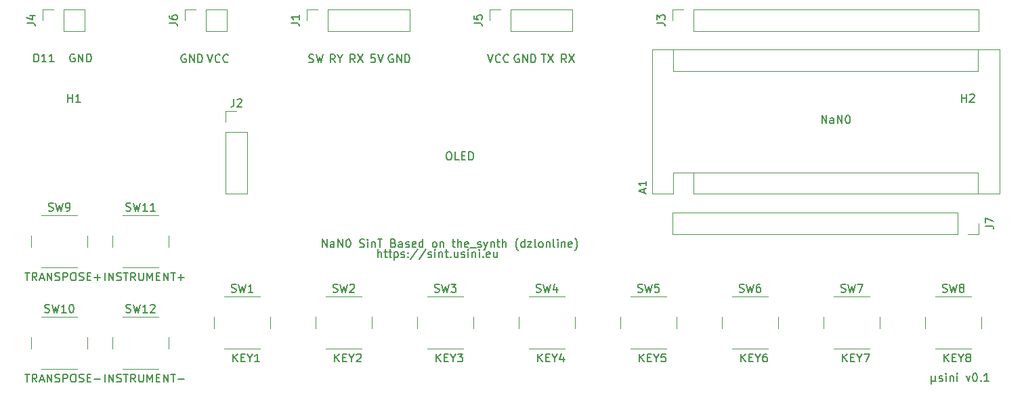
<source format=gbr>
G04 #@! TF.GenerationSoftware,KiCad,Pcbnew,(5.1.4)-1*
G04 #@! TF.CreationDate,2020-01-16T18:24:31+01:00*
G04 #@! TF.ProjectId,sinT,73696e54-2e6b-4696-9361-645f70636258,rev?*
G04 #@! TF.SameCoordinates,Original*
G04 #@! TF.FileFunction,Legend,Top*
G04 #@! TF.FilePolarity,Positive*
%FSLAX46Y46*%
G04 Gerber Fmt 4.6, Leading zero omitted, Abs format (unit mm)*
G04 Created by KiCad (PCBNEW (5.1.4)-1) date 2020-01-16 18:24:31*
%MOMM*%
%LPD*%
G04 APERTURE LIST*
%ADD10C,0.150000*%
%ADD11C,0.120000*%
G04 APERTURE END LIST*
D10*
X201152571Y-148629714D02*
X201152571Y-149629714D01*
X201628761Y-149153523D02*
X201676380Y-149248761D01*
X201771619Y-149296380D01*
X201152571Y-149153523D02*
X201200190Y-149248761D01*
X201295428Y-149296380D01*
X201485904Y-149296380D01*
X201581142Y-149248761D01*
X201628761Y-149153523D01*
X201628761Y-148629714D01*
X202152571Y-149248761D02*
X202247809Y-149296380D01*
X202438285Y-149296380D01*
X202533523Y-149248761D01*
X202581142Y-149153523D01*
X202581142Y-149105904D01*
X202533523Y-149010666D01*
X202438285Y-148963047D01*
X202295428Y-148963047D01*
X202200190Y-148915428D01*
X202152571Y-148820190D01*
X202152571Y-148772571D01*
X202200190Y-148677333D01*
X202295428Y-148629714D01*
X202438285Y-148629714D01*
X202533523Y-148677333D01*
X203009714Y-149296380D02*
X203009714Y-148629714D01*
X203009714Y-148296380D02*
X202962095Y-148344000D01*
X203009714Y-148391619D01*
X203057333Y-148344000D01*
X203009714Y-148296380D01*
X203009714Y-148391619D01*
X203485904Y-148629714D02*
X203485904Y-149296380D01*
X203485904Y-148724952D02*
X203533523Y-148677333D01*
X203628761Y-148629714D01*
X203771619Y-148629714D01*
X203866857Y-148677333D01*
X203914476Y-148772571D01*
X203914476Y-149296380D01*
X204390666Y-149296380D02*
X204390666Y-148629714D01*
X204390666Y-148296380D02*
X204343047Y-148344000D01*
X204390666Y-148391619D01*
X204438285Y-148344000D01*
X204390666Y-148296380D01*
X204390666Y-148391619D01*
X205533523Y-148629714D02*
X205771619Y-149296380D01*
X206009714Y-148629714D01*
X206581142Y-148296380D02*
X206676380Y-148296380D01*
X206771619Y-148344000D01*
X206819238Y-148391619D01*
X206866857Y-148486857D01*
X206914476Y-148677333D01*
X206914476Y-148915428D01*
X206866857Y-149105904D01*
X206819238Y-149201142D01*
X206771619Y-149248761D01*
X206676380Y-149296380D01*
X206581142Y-149296380D01*
X206485904Y-149248761D01*
X206438285Y-149201142D01*
X206390666Y-149105904D01*
X206343047Y-148915428D01*
X206343047Y-148677333D01*
X206390666Y-148486857D01*
X206438285Y-148391619D01*
X206485904Y-148344000D01*
X206581142Y-148296380D01*
X207343047Y-149201142D02*
X207390666Y-149248761D01*
X207343047Y-149296380D01*
X207295428Y-149248761D01*
X207343047Y-149201142D01*
X207343047Y-149296380D01*
X208343047Y-149296380D02*
X207771619Y-149296380D01*
X208057333Y-149296380D02*
X208057333Y-148296380D01*
X207962095Y-148439238D01*
X207866857Y-148534476D01*
X207771619Y-148582095D01*
X131993619Y-133802380D02*
X131993619Y-132802380D01*
X132422190Y-133802380D02*
X132422190Y-133278571D01*
X132374571Y-133183333D01*
X132279333Y-133135714D01*
X132136476Y-133135714D01*
X132041238Y-133183333D01*
X131993619Y-133230952D01*
X132755523Y-133135714D02*
X133136476Y-133135714D01*
X132898380Y-132802380D02*
X132898380Y-133659523D01*
X132946000Y-133754761D01*
X133041238Y-133802380D01*
X133136476Y-133802380D01*
X133326952Y-133135714D02*
X133707904Y-133135714D01*
X133469809Y-132802380D02*
X133469809Y-133659523D01*
X133517428Y-133754761D01*
X133612666Y-133802380D01*
X133707904Y-133802380D01*
X134041238Y-133135714D02*
X134041238Y-134135714D01*
X134041238Y-133183333D02*
X134136476Y-133135714D01*
X134326952Y-133135714D01*
X134422190Y-133183333D01*
X134469809Y-133230952D01*
X134517428Y-133326190D01*
X134517428Y-133611904D01*
X134469809Y-133707142D01*
X134422190Y-133754761D01*
X134326952Y-133802380D01*
X134136476Y-133802380D01*
X134041238Y-133754761D01*
X134898380Y-133754761D02*
X134993619Y-133802380D01*
X135184095Y-133802380D01*
X135279333Y-133754761D01*
X135326952Y-133659523D01*
X135326952Y-133611904D01*
X135279333Y-133516666D01*
X135184095Y-133469047D01*
X135041238Y-133469047D01*
X134946000Y-133421428D01*
X134898380Y-133326190D01*
X134898380Y-133278571D01*
X134946000Y-133183333D01*
X135041238Y-133135714D01*
X135184095Y-133135714D01*
X135279333Y-133183333D01*
X135755523Y-133707142D02*
X135803142Y-133754761D01*
X135755523Y-133802380D01*
X135707904Y-133754761D01*
X135755523Y-133707142D01*
X135755523Y-133802380D01*
X135755523Y-133183333D02*
X135803142Y-133230952D01*
X135755523Y-133278571D01*
X135707904Y-133230952D01*
X135755523Y-133183333D01*
X135755523Y-133278571D01*
X136946000Y-132754761D02*
X136088857Y-134040476D01*
X137993619Y-132754761D02*
X137136476Y-134040476D01*
X138279333Y-133754761D02*
X138374571Y-133802380D01*
X138565047Y-133802380D01*
X138660285Y-133754761D01*
X138707904Y-133659523D01*
X138707904Y-133611904D01*
X138660285Y-133516666D01*
X138565047Y-133469047D01*
X138422190Y-133469047D01*
X138326952Y-133421428D01*
X138279333Y-133326190D01*
X138279333Y-133278571D01*
X138326952Y-133183333D01*
X138422190Y-133135714D01*
X138565047Y-133135714D01*
X138660285Y-133183333D01*
X139136476Y-133802380D02*
X139136476Y-133135714D01*
X139136476Y-132802380D02*
X139088857Y-132850000D01*
X139136476Y-132897619D01*
X139184095Y-132850000D01*
X139136476Y-132802380D01*
X139136476Y-132897619D01*
X139612666Y-133135714D02*
X139612666Y-133802380D01*
X139612666Y-133230952D02*
X139660285Y-133183333D01*
X139755523Y-133135714D01*
X139898380Y-133135714D01*
X139993619Y-133183333D01*
X140041238Y-133278571D01*
X140041238Y-133802380D01*
X140374571Y-133135714D02*
X140755523Y-133135714D01*
X140517428Y-132802380D02*
X140517428Y-133659523D01*
X140565047Y-133754761D01*
X140660285Y-133802380D01*
X140755523Y-133802380D01*
X141088857Y-133707142D02*
X141136476Y-133754761D01*
X141088857Y-133802380D01*
X141041238Y-133754761D01*
X141088857Y-133707142D01*
X141088857Y-133802380D01*
X141993619Y-133135714D02*
X141993619Y-133802380D01*
X141565047Y-133135714D02*
X141565047Y-133659523D01*
X141612666Y-133754761D01*
X141707904Y-133802380D01*
X141850761Y-133802380D01*
X141946000Y-133754761D01*
X141993619Y-133707142D01*
X142422190Y-133754761D02*
X142517428Y-133802380D01*
X142707904Y-133802380D01*
X142803142Y-133754761D01*
X142850761Y-133659523D01*
X142850761Y-133611904D01*
X142803142Y-133516666D01*
X142707904Y-133469047D01*
X142565047Y-133469047D01*
X142469809Y-133421428D01*
X142422190Y-133326190D01*
X142422190Y-133278571D01*
X142469809Y-133183333D01*
X142565047Y-133135714D01*
X142707904Y-133135714D01*
X142803142Y-133183333D01*
X143279333Y-133802380D02*
X143279333Y-133135714D01*
X143279333Y-132802380D02*
X143231714Y-132850000D01*
X143279333Y-132897619D01*
X143326952Y-132850000D01*
X143279333Y-132802380D01*
X143279333Y-132897619D01*
X143755523Y-133135714D02*
X143755523Y-133802380D01*
X143755523Y-133230952D02*
X143803142Y-133183333D01*
X143898380Y-133135714D01*
X144041238Y-133135714D01*
X144136476Y-133183333D01*
X144184095Y-133278571D01*
X144184095Y-133802380D01*
X144660285Y-133802380D02*
X144660285Y-133135714D01*
X144660285Y-132802380D02*
X144612666Y-132850000D01*
X144660285Y-132897619D01*
X144707904Y-132850000D01*
X144660285Y-132802380D01*
X144660285Y-132897619D01*
X145136476Y-133707142D02*
X145184095Y-133754761D01*
X145136476Y-133802380D01*
X145088857Y-133754761D01*
X145136476Y-133707142D01*
X145136476Y-133802380D01*
X145993619Y-133754761D02*
X145898380Y-133802380D01*
X145707904Y-133802380D01*
X145612666Y-133754761D01*
X145565047Y-133659523D01*
X145565047Y-133278571D01*
X145612666Y-133183333D01*
X145707904Y-133135714D01*
X145898380Y-133135714D01*
X145993619Y-133183333D01*
X146041238Y-133278571D01*
X146041238Y-133373809D01*
X145565047Y-133469047D01*
X146898380Y-133135714D02*
X146898380Y-133802380D01*
X146469809Y-133135714D02*
X146469809Y-133659523D01*
X146517428Y-133754761D01*
X146612666Y-133802380D01*
X146755523Y-133802380D01*
X146850761Y-133754761D01*
X146898380Y-133707142D01*
X125041428Y-132532380D02*
X125041428Y-131532380D01*
X125612857Y-132532380D01*
X125612857Y-131532380D01*
X126517619Y-132532380D02*
X126517619Y-132008571D01*
X126470000Y-131913333D01*
X126374761Y-131865714D01*
X126184285Y-131865714D01*
X126089047Y-131913333D01*
X126517619Y-132484761D02*
X126422380Y-132532380D01*
X126184285Y-132532380D01*
X126089047Y-132484761D01*
X126041428Y-132389523D01*
X126041428Y-132294285D01*
X126089047Y-132199047D01*
X126184285Y-132151428D01*
X126422380Y-132151428D01*
X126517619Y-132103809D01*
X126993809Y-132532380D02*
X126993809Y-131532380D01*
X127565238Y-132532380D01*
X127565238Y-131532380D01*
X128231904Y-131532380D02*
X128327142Y-131532380D01*
X128422380Y-131580000D01*
X128470000Y-131627619D01*
X128517619Y-131722857D01*
X128565238Y-131913333D01*
X128565238Y-132151428D01*
X128517619Y-132341904D01*
X128470000Y-132437142D01*
X128422380Y-132484761D01*
X128327142Y-132532380D01*
X128231904Y-132532380D01*
X128136666Y-132484761D01*
X128089047Y-132437142D01*
X128041428Y-132341904D01*
X127993809Y-132151428D01*
X127993809Y-131913333D01*
X128041428Y-131722857D01*
X128089047Y-131627619D01*
X128136666Y-131580000D01*
X128231904Y-131532380D01*
X129708095Y-132484761D02*
X129850952Y-132532380D01*
X130089047Y-132532380D01*
X130184285Y-132484761D01*
X130231904Y-132437142D01*
X130279523Y-132341904D01*
X130279523Y-132246666D01*
X130231904Y-132151428D01*
X130184285Y-132103809D01*
X130089047Y-132056190D01*
X129898571Y-132008571D01*
X129803333Y-131960952D01*
X129755714Y-131913333D01*
X129708095Y-131818095D01*
X129708095Y-131722857D01*
X129755714Y-131627619D01*
X129803333Y-131580000D01*
X129898571Y-131532380D01*
X130136666Y-131532380D01*
X130279523Y-131580000D01*
X130708095Y-132532380D02*
X130708095Y-131865714D01*
X130708095Y-131532380D02*
X130660476Y-131580000D01*
X130708095Y-131627619D01*
X130755714Y-131580000D01*
X130708095Y-131532380D01*
X130708095Y-131627619D01*
X131184285Y-131865714D02*
X131184285Y-132532380D01*
X131184285Y-131960952D02*
X131231904Y-131913333D01*
X131327142Y-131865714D01*
X131470000Y-131865714D01*
X131565238Y-131913333D01*
X131612857Y-132008571D01*
X131612857Y-132532380D01*
X131946190Y-131532380D02*
X132517619Y-131532380D01*
X132231904Y-132532380D02*
X132231904Y-131532380D01*
X133946190Y-132008571D02*
X134089047Y-132056190D01*
X134136666Y-132103809D01*
X134184285Y-132199047D01*
X134184285Y-132341904D01*
X134136666Y-132437142D01*
X134089047Y-132484761D01*
X133993809Y-132532380D01*
X133612857Y-132532380D01*
X133612857Y-131532380D01*
X133946190Y-131532380D01*
X134041428Y-131580000D01*
X134089047Y-131627619D01*
X134136666Y-131722857D01*
X134136666Y-131818095D01*
X134089047Y-131913333D01*
X134041428Y-131960952D01*
X133946190Y-132008571D01*
X133612857Y-132008571D01*
X135041428Y-132532380D02*
X135041428Y-132008571D01*
X134993809Y-131913333D01*
X134898571Y-131865714D01*
X134708095Y-131865714D01*
X134612857Y-131913333D01*
X135041428Y-132484761D02*
X134946190Y-132532380D01*
X134708095Y-132532380D01*
X134612857Y-132484761D01*
X134565238Y-132389523D01*
X134565238Y-132294285D01*
X134612857Y-132199047D01*
X134708095Y-132151428D01*
X134946190Y-132151428D01*
X135041428Y-132103809D01*
X135470000Y-132484761D02*
X135565238Y-132532380D01*
X135755714Y-132532380D01*
X135850952Y-132484761D01*
X135898571Y-132389523D01*
X135898571Y-132341904D01*
X135850952Y-132246666D01*
X135755714Y-132199047D01*
X135612857Y-132199047D01*
X135517619Y-132151428D01*
X135470000Y-132056190D01*
X135470000Y-132008571D01*
X135517619Y-131913333D01*
X135612857Y-131865714D01*
X135755714Y-131865714D01*
X135850952Y-131913333D01*
X136708095Y-132484761D02*
X136612857Y-132532380D01*
X136422380Y-132532380D01*
X136327142Y-132484761D01*
X136279523Y-132389523D01*
X136279523Y-132008571D01*
X136327142Y-131913333D01*
X136422380Y-131865714D01*
X136612857Y-131865714D01*
X136708095Y-131913333D01*
X136755714Y-132008571D01*
X136755714Y-132103809D01*
X136279523Y-132199047D01*
X137612857Y-132532380D02*
X137612857Y-131532380D01*
X137612857Y-132484761D02*
X137517619Y-132532380D01*
X137327142Y-132532380D01*
X137231904Y-132484761D01*
X137184285Y-132437142D01*
X137136666Y-132341904D01*
X137136666Y-132056190D01*
X137184285Y-131960952D01*
X137231904Y-131913333D01*
X137327142Y-131865714D01*
X137517619Y-131865714D01*
X137612857Y-131913333D01*
X138993809Y-132532380D02*
X138898571Y-132484761D01*
X138850952Y-132437142D01*
X138803333Y-132341904D01*
X138803333Y-132056190D01*
X138850952Y-131960952D01*
X138898571Y-131913333D01*
X138993809Y-131865714D01*
X139136666Y-131865714D01*
X139231904Y-131913333D01*
X139279523Y-131960952D01*
X139327142Y-132056190D01*
X139327142Y-132341904D01*
X139279523Y-132437142D01*
X139231904Y-132484761D01*
X139136666Y-132532380D01*
X138993809Y-132532380D01*
X139755714Y-131865714D02*
X139755714Y-132532380D01*
X139755714Y-131960952D02*
X139803333Y-131913333D01*
X139898571Y-131865714D01*
X140041428Y-131865714D01*
X140136666Y-131913333D01*
X140184285Y-132008571D01*
X140184285Y-132532380D01*
X141279523Y-131865714D02*
X141660476Y-131865714D01*
X141422380Y-131532380D02*
X141422380Y-132389523D01*
X141470000Y-132484761D01*
X141565238Y-132532380D01*
X141660476Y-132532380D01*
X141993809Y-132532380D02*
X141993809Y-131532380D01*
X142422380Y-132532380D02*
X142422380Y-132008571D01*
X142374761Y-131913333D01*
X142279523Y-131865714D01*
X142136666Y-131865714D01*
X142041428Y-131913333D01*
X141993809Y-131960952D01*
X143279523Y-132484761D02*
X143184285Y-132532380D01*
X142993809Y-132532380D01*
X142898571Y-132484761D01*
X142850952Y-132389523D01*
X142850952Y-132008571D01*
X142898571Y-131913333D01*
X142993809Y-131865714D01*
X143184285Y-131865714D01*
X143279523Y-131913333D01*
X143327142Y-132008571D01*
X143327142Y-132103809D01*
X142850952Y-132199047D01*
X143517619Y-132627619D02*
X144279523Y-132627619D01*
X144470000Y-132484761D02*
X144565238Y-132532380D01*
X144755714Y-132532380D01*
X144850952Y-132484761D01*
X144898571Y-132389523D01*
X144898571Y-132341904D01*
X144850952Y-132246666D01*
X144755714Y-132199047D01*
X144612857Y-132199047D01*
X144517619Y-132151428D01*
X144470000Y-132056190D01*
X144470000Y-132008571D01*
X144517619Y-131913333D01*
X144612857Y-131865714D01*
X144755714Y-131865714D01*
X144850952Y-131913333D01*
X145231904Y-131865714D02*
X145470000Y-132532380D01*
X145708095Y-131865714D02*
X145470000Y-132532380D01*
X145374761Y-132770476D01*
X145327142Y-132818095D01*
X145231904Y-132865714D01*
X146089047Y-131865714D02*
X146089047Y-132532380D01*
X146089047Y-131960952D02*
X146136666Y-131913333D01*
X146231904Y-131865714D01*
X146374761Y-131865714D01*
X146470000Y-131913333D01*
X146517619Y-132008571D01*
X146517619Y-132532380D01*
X146850952Y-131865714D02*
X147231904Y-131865714D01*
X146993809Y-131532380D02*
X146993809Y-132389523D01*
X147041428Y-132484761D01*
X147136666Y-132532380D01*
X147231904Y-132532380D01*
X147565238Y-132532380D02*
X147565238Y-131532380D01*
X147993809Y-132532380D02*
X147993809Y-132008571D01*
X147946190Y-131913333D01*
X147850952Y-131865714D01*
X147708095Y-131865714D01*
X147612857Y-131913333D01*
X147565238Y-131960952D01*
X149517619Y-132913333D02*
X149470000Y-132865714D01*
X149374761Y-132722857D01*
X149327142Y-132627619D01*
X149279523Y-132484761D01*
X149231904Y-132246666D01*
X149231904Y-132056190D01*
X149279523Y-131818095D01*
X149327142Y-131675238D01*
X149374761Y-131580000D01*
X149470000Y-131437142D01*
X149517619Y-131389523D01*
X150327142Y-132532380D02*
X150327142Y-131532380D01*
X150327142Y-132484761D02*
X150231904Y-132532380D01*
X150041428Y-132532380D01*
X149946190Y-132484761D01*
X149898571Y-132437142D01*
X149850952Y-132341904D01*
X149850952Y-132056190D01*
X149898571Y-131960952D01*
X149946190Y-131913333D01*
X150041428Y-131865714D01*
X150231904Y-131865714D01*
X150327142Y-131913333D01*
X150708095Y-131865714D02*
X151231904Y-131865714D01*
X150708095Y-132532380D01*
X151231904Y-132532380D01*
X151755714Y-132532380D02*
X151660476Y-132484761D01*
X151612857Y-132389523D01*
X151612857Y-131532380D01*
X152279523Y-132532380D02*
X152184285Y-132484761D01*
X152136666Y-132437142D01*
X152089047Y-132341904D01*
X152089047Y-132056190D01*
X152136666Y-131960952D01*
X152184285Y-131913333D01*
X152279523Y-131865714D01*
X152422380Y-131865714D01*
X152517619Y-131913333D01*
X152565238Y-131960952D01*
X152612857Y-132056190D01*
X152612857Y-132341904D01*
X152565238Y-132437142D01*
X152517619Y-132484761D01*
X152422380Y-132532380D01*
X152279523Y-132532380D01*
X153041428Y-131865714D02*
X153041428Y-132532380D01*
X153041428Y-131960952D02*
X153089047Y-131913333D01*
X153184285Y-131865714D01*
X153327142Y-131865714D01*
X153422380Y-131913333D01*
X153470000Y-132008571D01*
X153470000Y-132532380D01*
X154089047Y-132532380D02*
X153993809Y-132484761D01*
X153946190Y-132389523D01*
X153946190Y-131532380D01*
X154469999Y-132532380D02*
X154469999Y-131865714D01*
X154469999Y-131532380D02*
X154422380Y-131580000D01*
X154469999Y-131627619D01*
X154517619Y-131580000D01*
X154469999Y-131532380D01*
X154469999Y-131627619D01*
X154946190Y-131865714D02*
X154946190Y-132532380D01*
X154946190Y-131960952D02*
X154993809Y-131913333D01*
X155089047Y-131865714D01*
X155231904Y-131865714D01*
X155327142Y-131913333D01*
X155374761Y-132008571D01*
X155374761Y-132532380D01*
X156231904Y-132484761D02*
X156136666Y-132532380D01*
X155946190Y-132532380D01*
X155850952Y-132484761D01*
X155803333Y-132389523D01*
X155803333Y-132008571D01*
X155850952Y-131913333D01*
X155946190Y-131865714D01*
X156136666Y-131865714D01*
X156231904Y-131913333D01*
X156279523Y-132008571D01*
X156279523Y-132103809D01*
X155803333Y-132199047D01*
X156612857Y-132913333D02*
X156660476Y-132865714D01*
X156755714Y-132722857D01*
X156803333Y-132627619D01*
X156850952Y-132484761D01*
X156898571Y-132246666D01*
X156898571Y-132056190D01*
X156850952Y-131818095D01*
X156803333Y-131675238D01*
X156755714Y-131580000D01*
X156660476Y-131437142D01*
X156612857Y-131389523D01*
X94056295Y-108389800D02*
X93961057Y-108342180D01*
X93818200Y-108342180D01*
X93675342Y-108389800D01*
X93580104Y-108485038D01*
X93532485Y-108580276D01*
X93484866Y-108770752D01*
X93484866Y-108913609D01*
X93532485Y-109104085D01*
X93580104Y-109199323D01*
X93675342Y-109294561D01*
X93818200Y-109342180D01*
X93913438Y-109342180D01*
X94056295Y-109294561D01*
X94103914Y-109246942D01*
X94103914Y-108913609D01*
X93913438Y-108913609D01*
X94532485Y-109342180D02*
X94532485Y-108342180D01*
X95103914Y-109342180D01*
X95103914Y-108342180D01*
X95580104Y-109342180D02*
X95580104Y-108342180D01*
X95818200Y-108342180D01*
X95961057Y-108389800D01*
X96056295Y-108485038D01*
X96103914Y-108580276D01*
X96151533Y-108770752D01*
X96151533Y-108913609D01*
X96103914Y-109104085D01*
X96056295Y-109199323D01*
X95961057Y-109294561D01*
X95818200Y-109342180D01*
X95580104Y-109342180D01*
X89006514Y-109342180D02*
X89006514Y-108342180D01*
X89244609Y-108342180D01*
X89387466Y-108389800D01*
X89482704Y-108485038D01*
X89530323Y-108580276D01*
X89577942Y-108770752D01*
X89577942Y-108913609D01*
X89530323Y-109104085D01*
X89482704Y-109199323D01*
X89387466Y-109294561D01*
X89244609Y-109342180D01*
X89006514Y-109342180D01*
X90530323Y-109342180D02*
X89958895Y-109342180D01*
X90244609Y-109342180D02*
X90244609Y-108342180D01*
X90149371Y-108485038D01*
X90054133Y-108580276D01*
X89958895Y-108627895D01*
X91482704Y-109342180D02*
X90911276Y-109342180D01*
X91196990Y-109342180D02*
X91196990Y-108342180D01*
X91101752Y-108485038D01*
X91006514Y-108580276D01*
X90911276Y-108627895D01*
X155535333Y-109418380D02*
X155202000Y-108942190D01*
X154963904Y-109418380D02*
X154963904Y-108418380D01*
X155344857Y-108418380D01*
X155440095Y-108466000D01*
X155487714Y-108513619D01*
X155535333Y-108608857D01*
X155535333Y-108751714D01*
X155487714Y-108846952D01*
X155440095Y-108894571D01*
X155344857Y-108942190D01*
X154963904Y-108942190D01*
X155868666Y-108418380D02*
X156535333Y-109418380D01*
X156535333Y-108418380D02*
X155868666Y-109418380D01*
X152400095Y-108418380D02*
X152971523Y-108418380D01*
X152685809Y-109418380D02*
X152685809Y-108418380D01*
X153209619Y-108418380D02*
X153876285Y-109418380D01*
X153876285Y-108418380D02*
X153209619Y-109418380D01*
X149606095Y-108466000D02*
X149510857Y-108418380D01*
X149368000Y-108418380D01*
X149225142Y-108466000D01*
X149129904Y-108561238D01*
X149082285Y-108656476D01*
X149034666Y-108846952D01*
X149034666Y-108989809D01*
X149082285Y-109180285D01*
X149129904Y-109275523D01*
X149225142Y-109370761D01*
X149368000Y-109418380D01*
X149463238Y-109418380D01*
X149606095Y-109370761D01*
X149653714Y-109323142D01*
X149653714Y-108989809D01*
X149463238Y-108989809D01*
X150082285Y-109418380D02*
X150082285Y-108418380D01*
X150653714Y-109418380D01*
X150653714Y-108418380D01*
X151129904Y-109418380D02*
X151129904Y-108418380D01*
X151368000Y-108418380D01*
X151510857Y-108466000D01*
X151606095Y-108561238D01*
X151653714Y-108656476D01*
X151701333Y-108846952D01*
X151701333Y-108989809D01*
X151653714Y-109180285D01*
X151606095Y-109275523D01*
X151510857Y-109370761D01*
X151368000Y-109418380D01*
X151129904Y-109418380D01*
X145732666Y-108418380D02*
X146066000Y-109418380D01*
X146399333Y-108418380D01*
X147304095Y-109323142D02*
X147256476Y-109370761D01*
X147113619Y-109418380D01*
X147018380Y-109418380D01*
X146875523Y-109370761D01*
X146780285Y-109275523D01*
X146732666Y-109180285D01*
X146685047Y-108989809D01*
X146685047Y-108846952D01*
X146732666Y-108656476D01*
X146780285Y-108561238D01*
X146875523Y-108466000D01*
X147018380Y-108418380D01*
X147113619Y-108418380D01*
X147256476Y-108466000D01*
X147304095Y-108513619D01*
X148304095Y-109323142D02*
X148256476Y-109370761D01*
X148113619Y-109418380D01*
X148018380Y-109418380D01*
X147875523Y-109370761D01*
X147780285Y-109275523D01*
X147732666Y-109180285D01*
X147685047Y-108989809D01*
X147685047Y-108846952D01*
X147732666Y-108656476D01*
X147780285Y-108561238D01*
X147875523Y-108466000D01*
X148018380Y-108418380D01*
X148113619Y-108418380D01*
X148256476Y-108466000D01*
X148304095Y-108513619D01*
X123348857Y-109370761D02*
X123491714Y-109418380D01*
X123729809Y-109418380D01*
X123825047Y-109370761D01*
X123872666Y-109323142D01*
X123920285Y-109227904D01*
X123920285Y-109132666D01*
X123872666Y-109037428D01*
X123825047Y-108989809D01*
X123729809Y-108942190D01*
X123539333Y-108894571D01*
X123444095Y-108846952D01*
X123396476Y-108799333D01*
X123348857Y-108704095D01*
X123348857Y-108608857D01*
X123396476Y-108513619D01*
X123444095Y-108466000D01*
X123539333Y-108418380D01*
X123777428Y-108418380D01*
X123920285Y-108466000D01*
X124253619Y-108418380D02*
X124491714Y-109418380D01*
X124682190Y-108704095D01*
X124872666Y-109418380D01*
X125110761Y-108418380D01*
X126626952Y-109418380D02*
X126293619Y-108942190D01*
X126055523Y-109418380D02*
X126055523Y-108418380D01*
X126436476Y-108418380D01*
X126531714Y-108466000D01*
X126579333Y-108513619D01*
X126626952Y-108608857D01*
X126626952Y-108751714D01*
X126579333Y-108846952D01*
X126531714Y-108894571D01*
X126436476Y-108942190D01*
X126055523Y-108942190D01*
X127246000Y-108942190D02*
X127246000Y-109418380D01*
X126912666Y-108418380D02*
X127246000Y-108942190D01*
X127579333Y-108418380D01*
X129119333Y-109418380D02*
X128786000Y-108942190D01*
X128547904Y-109418380D02*
X128547904Y-108418380D01*
X128928857Y-108418380D01*
X129024095Y-108466000D01*
X129071714Y-108513619D01*
X129119333Y-108608857D01*
X129119333Y-108751714D01*
X129071714Y-108846952D01*
X129024095Y-108894571D01*
X128928857Y-108942190D01*
X128547904Y-108942190D01*
X129452666Y-108418380D02*
X130119333Y-109418380D01*
X130119333Y-108418380D02*
X129452666Y-109418380D01*
X131635523Y-108418380D02*
X131159333Y-108418380D01*
X131111714Y-108894571D01*
X131159333Y-108846952D01*
X131254571Y-108799333D01*
X131492666Y-108799333D01*
X131587904Y-108846952D01*
X131635523Y-108894571D01*
X131683142Y-108989809D01*
X131683142Y-109227904D01*
X131635523Y-109323142D01*
X131587904Y-109370761D01*
X131492666Y-109418380D01*
X131254571Y-109418380D01*
X131159333Y-109370761D01*
X131111714Y-109323142D01*
X131968857Y-108418380D02*
X132302190Y-109418380D01*
X132635523Y-108418380D01*
X133858095Y-108466000D02*
X133762857Y-108418380D01*
X133620000Y-108418380D01*
X133477142Y-108466000D01*
X133381904Y-108561238D01*
X133334285Y-108656476D01*
X133286666Y-108846952D01*
X133286666Y-108989809D01*
X133334285Y-109180285D01*
X133381904Y-109275523D01*
X133477142Y-109370761D01*
X133620000Y-109418380D01*
X133715238Y-109418380D01*
X133858095Y-109370761D01*
X133905714Y-109323142D01*
X133905714Y-108989809D01*
X133715238Y-108989809D01*
X134334285Y-109418380D02*
X134334285Y-108418380D01*
X134905714Y-109418380D01*
X134905714Y-108418380D01*
X135381904Y-109418380D02*
X135381904Y-108418380D01*
X135620000Y-108418380D01*
X135762857Y-108466000D01*
X135858095Y-108561238D01*
X135905714Y-108656476D01*
X135953333Y-108846952D01*
X135953333Y-108989809D01*
X135905714Y-109180285D01*
X135858095Y-109275523D01*
X135762857Y-109370761D01*
X135620000Y-109418380D01*
X135381904Y-109418380D01*
X110680666Y-108418380D02*
X111014000Y-109418380D01*
X111347333Y-108418380D01*
X112252095Y-109323142D02*
X112204476Y-109370761D01*
X112061619Y-109418380D01*
X111966380Y-109418380D01*
X111823523Y-109370761D01*
X111728285Y-109275523D01*
X111680666Y-109180285D01*
X111633047Y-108989809D01*
X111633047Y-108846952D01*
X111680666Y-108656476D01*
X111728285Y-108561238D01*
X111823523Y-108466000D01*
X111966380Y-108418380D01*
X112061619Y-108418380D01*
X112204476Y-108466000D01*
X112252095Y-108513619D01*
X113252095Y-109323142D02*
X113204476Y-109370761D01*
X113061619Y-109418380D01*
X112966380Y-109418380D01*
X112823523Y-109370761D01*
X112728285Y-109275523D01*
X112680666Y-109180285D01*
X112633047Y-108989809D01*
X112633047Y-108846952D01*
X112680666Y-108656476D01*
X112728285Y-108561238D01*
X112823523Y-108466000D01*
X112966380Y-108418380D01*
X113061619Y-108418380D01*
X113204476Y-108466000D01*
X113252095Y-108513619D01*
X107950095Y-108466000D02*
X107854857Y-108418380D01*
X107712000Y-108418380D01*
X107569142Y-108466000D01*
X107473904Y-108561238D01*
X107426285Y-108656476D01*
X107378666Y-108846952D01*
X107378666Y-108989809D01*
X107426285Y-109180285D01*
X107473904Y-109275523D01*
X107569142Y-109370761D01*
X107712000Y-109418380D01*
X107807238Y-109418380D01*
X107950095Y-109370761D01*
X107997714Y-109323142D01*
X107997714Y-108989809D01*
X107807238Y-108989809D01*
X108426285Y-109418380D02*
X108426285Y-108418380D01*
X108997714Y-109418380D01*
X108997714Y-108418380D01*
X109473904Y-109418380D02*
X109473904Y-108418380D01*
X109712000Y-108418380D01*
X109854857Y-108466000D01*
X109950095Y-108561238D01*
X109997714Y-108656476D01*
X110045333Y-108846952D01*
X110045333Y-108989809D01*
X109997714Y-109180285D01*
X109950095Y-109275523D01*
X109854857Y-109370761D01*
X109712000Y-109418380D01*
X109473904Y-109418380D01*
D11*
X207070000Y-129540000D02*
X207070000Y-130870000D01*
X207070000Y-130870000D02*
X205740000Y-130870000D01*
X204470000Y-130870000D02*
X168850000Y-130870000D01*
X168850000Y-128210000D02*
X168850000Y-130870000D01*
X204470000Y-128210000D02*
X168850000Y-128210000D01*
X204470000Y-128210000D02*
X204470000Y-130870000D01*
X107890000Y-104140000D02*
X107890000Y-102810000D01*
X107890000Y-102810000D02*
X109220000Y-102810000D01*
X110490000Y-102810000D02*
X113090000Y-102810000D01*
X113090000Y-105470000D02*
X113090000Y-102810000D01*
X110490000Y-105470000D02*
X113090000Y-105470000D01*
X110490000Y-105470000D02*
X110490000Y-102810000D01*
X145990000Y-104140000D02*
X145990000Y-102810000D01*
X145990000Y-102810000D02*
X147320000Y-102810000D01*
X148590000Y-102810000D02*
X156270000Y-102810000D01*
X156270000Y-105470000D02*
X156270000Y-102810000D01*
X148590000Y-105470000D02*
X156270000Y-105470000D01*
X148590000Y-105470000D02*
X148590000Y-102810000D01*
X90110000Y-104140000D02*
X90110000Y-102810000D01*
X90110000Y-102810000D02*
X91440000Y-102810000D01*
X92710000Y-102810000D02*
X95310000Y-102810000D01*
X95310000Y-105470000D02*
X95310000Y-102810000D01*
X92710000Y-105470000D02*
X95310000Y-105470000D01*
X92710000Y-105470000D02*
X92710000Y-102810000D01*
X168850000Y-104140000D02*
X168850000Y-102810000D01*
X168850000Y-102810000D02*
X170180000Y-102810000D01*
X171450000Y-102810000D02*
X207070000Y-102810000D01*
X207070000Y-105470000D02*
X207070000Y-102810000D01*
X171450000Y-105470000D02*
X207070000Y-105470000D01*
X171450000Y-105470000D02*
X171450000Y-102810000D01*
X123130000Y-104140000D02*
X123130000Y-102810000D01*
X123130000Y-102810000D02*
X124460000Y-102810000D01*
X125730000Y-102810000D02*
X135950000Y-102810000D01*
X135950000Y-105470000D02*
X135950000Y-102810000D01*
X125730000Y-105470000D02*
X135950000Y-105470000D01*
X125730000Y-105470000D02*
X125730000Y-102810000D01*
X105810000Y-145240000D02*
X105810000Y-143740000D01*
X104560000Y-141240000D02*
X100060000Y-141240000D01*
X98810000Y-143740000D02*
X98810000Y-145240000D01*
X100060000Y-147740000D02*
X104560000Y-147740000D01*
X105810000Y-132540000D02*
X105810000Y-131040000D01*
X104560000Y-128540000D02*
X100060000Y-128540000D01*
X98810000Y-131040000D02*
X98810000Y-132540000D01*
X100060000Y-135040000D02*
X104560000Y-135040000D01*
X95650000Y-145240000D02*
X95650000Y-143740000D01*
X94400000Y-141240000D02*
X89900000Y-141240000D01*
X88650000Y-143740000D02*
X88650000Y-145240000D01*
X89900000Y-147740000D02*
X94400000Y-147740000D01*
X95650000Y-132540000D02*
X95650000Y-131040000D01*
X94400000Y-128540000D02*
X89900000Y-128540000D01*
X88650000Y-131040000D02*
X88650000Y-132540000D01*
X89900000Y-135040000D02*
X94400000Y-135040000D01*
X207410000Y-142700000D02*
X207410000Y-141200000D01*
X206160000Y-138700000D02*
X201660000Y-138700000D01*
X200410000Y-141200000D02*
X200410000Y-142700000D01*
X201660000Y-145200000D02*
X206160000Y-145200000D01*
X194710000Y-142700000D02*
X194710000Y-141200000D01*
X193460000Y-138700000D02*
X188960000Y-138700000D01*
X187710000Y-141200000D02*
X187710000Y-142700000D01*
X188960000Y-145200000D02*
X193460000Y-145200000D01*
X182010000Y-142700000D02*
X182010000Y-141200000D01*
X180760000Y-138700000D02*
X176260000Y-138700000D01*
X175010000Y-141200000D02*
X175010000Y-142700000D01*
X176260000Y-145200000D02*
X180760000Y-145200000D01*
X169310000Y-142700000D02*
X169310000Y-141200000D01*
X168060000Y-138700000D02*
X163560000Y-138700000D01*
X162310000Y-141200000D02*
X162310000Y-142700000D01*
X163560000Y-145200000D02*
X168060000Y-145200000D01*
X156610000Y-142700000D02*
X156610000Y-141200000D01*
X155360000Y-138700000D02*
X150860000Y-138700000D01*
X149610000Y-141200000D02*
X149610000Y-142700000D01*
X150860000Y-145200000D02*
X155360000Y-145200000D01*
X143910000Y-142700000D02*
X143910000Y-141200000D01*
X142660000Y-138700000D02*
X138160000Y-138700000D01*
X136910000Y-141200000D02*
X136910000Y-142700000D01*
X138160000Y-145200000D02*
X142660000Y-145200000D01*
X131210000Y-142700000D02*
X131210000Y-141200000D01*
X129960000Y-138700000D02*
X125460000Y-138700000D01*
X124210000Y-141200000D02*
X124210000Y-142700000D01*
X125460000Y-145200000D02*
X129960000Y-145200000D01*
X118510000Y-142700000D02*
X118510000Y-141200000D01*
X117260000Y-138700000D02*
X112760000Y-138700000D01*
X111510000Y-141200000D02*
X111510000Y-142700000D01*
X112760000Y-145200000D02*
X117260000Y-145200000D01*
X112970000Y-115510000D02*
X114300000Y-115510000D01*
X112970000Y-116840000D02*
X112970000Y-115510000D01*
X112970000Y-118110000D02*
X115630000Y-118110000D01*
X115630000Y-118110000D02*
X115630000Y-125790000D01*
X112970000Y-118110000D02*
X112970000Y-125790000D01*
X112970000Y-125790000D02*
X115630000Y-125790000D01*
X166240000Y-107820000D02*
X166240000Y-125860000D01*
X209680000Y-107820000D02*
X166240000Y-107820000D01*
X209680000Y-125860000D02*
X209680000Y-107820000D01*
X207010000Y-123190000D02*
X207010000Y-125860000D01*
X171450000Y-123190000D02*
X207010000Y-123190000D01*
X171450000Y-123190000D02*
X171450000Y-125860000D01*
X207010000Y-110490000D02*
X207010000Y-107820000D01*
X168910000Y-110490000D02*
X207010000Y-110490000D01*
X168910000Y-110490000D02*
X168910000Y-107820000D01*
X166240000Y-125860000D02*
X168910000Y-125860000D01*
X171450000Y-125860000D02*
X209680000Y-125860000D01*
X168910000Y-123190000D02*
X168910000Y-125860000D01*
X171450000Y-123190000D02*
X168910000Y-123190000D01*
D10*
X207962380Y-129873333D02*
X208676666Y-129873333D01*
X208819523Y-129920952D01*
X208914761Y-130016190D01*
X208962380Y-130159047D01*
X208962380Y-130254285D01*
X207962380Y-129492380D02*
X207962380Y-128825714D01*
X208962380Y-129254285D01*
X105902380Y-104473333D02*
X106616666Y-104473333D01*
X106759523Y-104520952D01*
X106854761Y-104616190D01*
X106902380Y-104759047D01*
X106902380Y-104854285D01*
X105902380Y-103568571D02*
X105902380Y-103759047D01*
X105950000Y-103854285D01*
X105997619Y-103901904D01*
X106140476Y-103997142D01*
X106330952Y-104044761D01*
X106711904Y-104044761D01*
X106807142Y-103997142D01*
X106854761Y-103949523D01*
X106902380Y-103854285D01*
X106902380Y-103663809D01*
X106854761Y-103568571D01*
X106807142Y-103520952D01*
X106711904Y-103473333D01*
X106473809Y-103473333D01*
X106378571Y-103520952D01*
X106330952Y-103568571D01*
X106283333Y-103663809D01*
X106283333Y-103854285D01*
X106330952Y-103949523D01*
X106378571Y-103997142D01*
X106473809Y-104044761D01*
X144002380Y-104473333D02*
X144716666Y-104473333D01*
X144859523Y-104520952D01*
X144954761Y-104616190D01*
X145002380Y-104759047D01*
X145002380Y-104854285D01*
X144002380Y-103520952D02*
X144002380Y-103997142D01*
X144478571Y-104044761D01*
X144430952Y-103997142D01*
X144383333Y-103901904D01*
X144383333Y-103663809D01*
X144430952Y-103568571D01*
X144478571Y-103520952D01*
X144573809Y-103473333D01*
X144811904Y-103473333D01*
X144907142Y-103520952D01*
X144954761Y-103568571D01*
X145002380Y-103663809D01*
X145002380Y-103901904D01*
X144954761Y-103997142D01*
X144907142Y-104044761D01*
X88122380Y-104473333D02*
X88836666Y-104473333D01*
X88979523Y-104520952D01*
X89074761Y-104616190D01*
X89122380Y-104759047D01*
X89122380Y-104854285D01*
X88455714Y-103568571D02*
X89122380Y-103568571D01*
X88074761Y-103806666D02*
X88789047Y-104044761D01*
X88789047Y-103425714D01*
X166862380Y-104473333D02*
X167576666Y-104473333D01*
X167719523Y-104520952D01*
X167814761Y-104616190D01*
X167862380Y-104759047D01*
X167862380Y-104854285D01*
X166862380Y-104092380D02*
X166862380Y-103473333D01*
X167243333Y-103806666D01*
X167243333Y-103663809D01*
X167290952Y-103568571D01*
X167338571Y-103520952D01*
X167433809Y-103473333D01*
X167671904Y-103473333D01*
X167767142Y-103520952D01*
X167814761Y-103568571D01*
X167862380Y-103663809D01*
X167862380Y-103949523D01*
X167814761Y-104044761D01*
X167767142Y-104092380D01*
X121142380Y-104473333D02*
X121856666Y-104473333D01*
X121999523Y-104520952D01*
X122094761Y-104616190D01*
X122142380Y-104759047D01*
X122142380Y-104854285D01*
X122142380Y-103473333D02*
X122142380Y-104044761D01*
X122142380Y-103759047D02*
X121142380Y-103759047D01*
X121285238Y-103854285D01*
X121380476Y-103949523D01*
X121428095Y-104044761D01*
X204978095Y-114362380D02*
X204978095Y-113362380D01*
X204978095Y-113838571D02*
X205549523Y-113838571D01*
X205549523Y-114362380D02*
X205549523Y-113362380D01*
X205978095Y-113457619D02*
X206025714Y-113410000D01*
X206120952Y-113362380D01*
X206359047Y-113362380D01*
X206454285Y-113410000D01*
X206501904Y-113457619D01*
X206549523Y-113552857D01*
X206549523Y-113648095D01*
X206501904Y-113790952D01*
X205930476Y-114362380D01*
X206549523Y-114362380D01*
X93218095Y-114362380D02*
X93218095Y-113362380D01*
X93218095Y-113838571D02*
X93789523Y-113838571D01*
X93789523Y-114362380D02*
X93789523Y-113362380D01*
X94789523Y-114362380D02*
X94218095Y-114362380D01*
X94503809Y-114362380D02*
X94503809Y-113362380D01*
X94408571Y-113505238D01*
X94313333Y-113600476D01*
X94218095Y-113648095D01*
X100500476Y-140644761D02*
X100643333Y-140692380D01*
X100881428Y-140692380D01*
X100976666Y-140644761D01*
X101024285Y-140597142D01*
X101071904Y-140501904D01*
X101071904Y-140406666D01*
X101024285Y-140311428D01*
X100976666Y-140263809D01*
X100881428Y-140216190D01*
X100690952Y-140168571D01*
X100595714Y-140120952D01*
X100548095Y-140073333D01*
X100500476Y-139978095D01*
X100500476Y-139882857D01*
X100548095Y-139787619D01*
X100595714Y-139740000D01*
X100690952Y-139692380D01*
X100929047Y-139692380D01*
X101071904Y-139740000D01*
X101405238Y-139692380D02*
X101643333Y-140692380D01*
X101833809Y-139978095D01*
X102024285Y-140692380D01*
X102262380Y-139692380D01*
X103167142Y-140692380D02*
X102595714Y-140692380D01*
X102881428Y-140692380D02*
X102881428Y-139692380D01*
X102786190Y-139835238D01*
X102690952Y-139930476D01*
X102595714Y-139978095D01*
X103548095Y-139787619D02*
X103595714Y-139740000D01*
X103690952Y-139692380D01*
X103929047Y-139692380D01*
X104024285Y-139740000D01*
X104071904Y-139787619D01*
X104119523Y-139882857D01*
X104119523Y-139978095D01*
X104071904Y-140120952D01*
X103500476Y-140692380D01*
X104119523Y-140692380D01*
X97857619Y-149392380D02*
X97857619Y-148392380D01*
X98333809Y-149392380D02*
X98333809Y-148392380D01*
X98905238Y-149392380D01*
X98905238Y-148392380D01*
X99333809Y-149344761D02*
X99476666Y-149392380D01*
X99714761Y-149392380D01*
X99810000Y-149344761D01*
X99857619Y-149297142D01*
X99905238Y-149201904D01*
X99905238Y-149106666D01*
X99857619Y-149011428D01*
X99810000Y-148963809D01*
X99714761Y-148916190D01*
X99524285Y-148868571D01*
X99429047Y-148820952D01*
X99381428Y-148773333D01*
X99333809Y-148678095D01*
X99333809Y-148582857D01*
X99381428Y-148487619D01*
X99429047Y-148440000D01*
X99524285Y-148392380D01*
X99762380Y-148392380D01*
X99905238Y-148440000D01*
X100190952Y-148392380D02*
X100762380Y-148392380D01*
X100476666Y-149392380D02*
X100476666Y-148392380D01*
X101667142Y-149392380D02*
X101333809Y-148916190D01*
X101095714Y-149392380D02*
X101095714Y-148392380D01*
X101476666Y-148392380D01*
X101571904Y-148440000D01*
X101619523Y-148487619D01*
X101667142Y-148582857D01*
X101667142Y-148725714D01*
X101619523Y-148820952D01*
X101571904Y-148868571D01*
X101476666Y-148916190D01*
X101095714Y-148916190D01*
X102095714Y-148392380D02*
X102095714Y-149201904D01*
X102143333Y-149297142D01*
X102190952Y-149344761D01*
X102286190Y-149392380D01*
X102476666Y-149392380D01*
X102571904Y-149344761D01*
X102619523Y-149297142D01*
X102667142Y-149201904D01*
X102667142Y-148392380D01*
X103143333Y-149392380D02*
X103143333Y-148392380D01*
X103476666Y-149106666D01*
X103810000Y-148392380D01*
X103810000Y-149392380D01*
X104286190Y-148868571D02*
X104619523Y-148868571D01*
X104762380Y-149392380D02*
X104286190Y-149392380D01*
X104286190Y-148392380D01*
X104762380Y-148392380D01*
X105190952Y-149392380D02*
X105190952Y-148392380D01*
X105762380Y-149392380D01*
X105762380Y-148392380D01*
X106095714Y-148392380D02*
X106667142Y-148392380D01*
X106381428Y-149392380D02*
X106381428Y-148392380D01*
X107000476Y-149011428D02*
X107762380Y-149011428D01*
X100500476Y-127944761D02*
X100643333Y-127992380D01*
X100881428Y-127992380D01*
X100976666Y-127944761D01*
X101024285Y-127897142D01*
X101071904Y-127801904D01*
X101071904Y-127706666D01*
X101024285Y-127611428D01*
X100976666Y-127563809D01*
X100881428Y-127516190D01*
X100690952Y-127468571D01*
X100595714Y-127420952D01*
X100548095Y-127373333D01*
X100500476Y-127278095D01*
X100500476Y-127182857D01*
X100548095Y-127087619D01*
X100595714Y-127040000D01*
X100690952Y-126992380D01*
X100929047Y-126992380D01*
X101071904Y-127040000D01*
X101405238Y-126992380D02*
X101643333Y-127992380D01*
X101833809Y-127278095D01*
X102024285Y-127992380D01*
X102262380Y-126992380D01*
X103167142Y-127992380D02*
X102595714Y-127992380D01*
X102881428Y-127992380D02*
X102881428Y-126992380D01*
X102786190Y-127135238D01*
X102690952Y-127230476D01*
X102595714Y-127278095D01*
X104119523Y-127992380D02*
X103548095Y-127992380D01*
X103833809Y-127992380D02*
X103833809Y-126992380D01*
X103738571Y-127135238D01*
X103643333Y-127230476D01*
X103548095Y-127278095D01*
X97857619Y-136692380D02*
X97857619Y-135692380D01*
X98333809Y-136692380D02*
X98333809Y-135692380D01*
X98905238Y-136692380D01*
X98905238Y-135692380D01*
X99333809Y-136644761D02*
X99476666Y-136692380D01*
X99714761Y-136692380D01*
X99810000Y-136644761D01*
X99857619Y-136597142D01*
X99905238Y-136501904D01*
X99905238Y-136406666D01*
X99857619Y-136311428D01*
X99810000Y-136263809D01*
X99714761Y-136216190D01*
X99524285Y-136168571D01*
X99429047Y-136120952D01*
X99381428Y-136073333D01*
X99333809Y-135978095D01*
X99333809Y-135882857D01*
X99381428Y-135787619D01*
X99429047Y-135740000D01*
X99524285Y-135692380D01*
X99762380Y-135692380D01*
X99905238Y-135740000D01*
X100190952Y-135692380D02*
X100762380Y-135692380D01*
X100476666Y-136692380D02*
X100476666Y-135692380D01*
X101667142Y-136692380D02*
X101333809Y-136216190D01*
X101095714Y-136692380D02*
X101095714Y-135692380D01*
X101476666Y-135692380D01*
X101571904Y-135740000D01*
X101619523Y-135787619D01*
X101667142Y-135882857D01*
X101667142Y-136025714D01*
X101619523Y-136120952D01*
X101571904Y-136168571D01*
X101476666Y-136216190D01*
X101095714Y-136216190D01*
X102095714Y-135692380D02*
X102095714Y-136501904D01*
X102143333Y-136597142D01*
X102190952Y-136644761D01*
X102286190Y-136692380D01*
X102476666Y-136692380D01*
X102571904Y-136644761D01*
X102619523Y-136597142D01*
X102667142Y-136501904D01*
X102667142Y-135692380D01*
X103143333Y-136692380D02*
X103143333Y-135692380D01*
X103476666Y-136406666D01*
X103810000Y-135692380D01*
X103810000Y-136692380D01*
X104286190Y-136168571D02*
X104619523Y-136168571D01*
X104762380Y-136692380D02*
X104286190Y-136692380D01*
X104286190Y-135692380D01*
X104762380Y-135692380D01*
X105190952Y-136692380D02*
X105190952Y-135692380D01*
X105762380Y-136692380D01*
X105762380Y-135692380D01*
X106095714Y-135692380D02*
X106667142Y-135692380D01*
X106381428Y-136692380D02*
X106381428Y-135692380D01*
X107000476Y-136311428D02*
X107762380Y-136311428D01*
X107381428Y-136692380D02*
X107381428Y-135930476D01*
X90340476Y-140644761D02*
X90483333Y-140692380D01*
X90721428Y-140692380D01*
X90816666Y-140644761D01*
X90864285Y-140597142D01*
X90911904Y-140501904D01*
X90911904Y-140406666D01*
X90864285Y-140311428D01*
X90816666Y-140263809D01*
X90721428Y-140216190D01*
X90530952Y-140168571D01*
X90435714Y-140120952D01*
X90388095Y-140073333D01*
X90340476Y-139978095D01*
X90340476Y-139882857D01*
X90388095Y-139787619D01*
X90435714Y-139740000D01*
X90530952Y-139692380D01*
X90769047Y-139692380D01*
X90911904Y-139740000D01*
X91245238Y-139692380D02*
X91483333Y-140692380D01*
X91673809Y-139978095D01*
X91864285Y-140692380D01*
X92102380Y-139692380D01*
X93007142Y-140692380D02*
X92435714Y-140692380D01*
X92721428Y-140692380D02*
X92721428Y-139692380D01*
X92626190Y-139835238D01*
X92530952Y-139930476D01*
X92435714Y-139978095D01*
X93626190Y-139692380D02*
X93721428Y-139692380D01*
X93816666Y-139740000D01*
X93864285Y-139787619D01*
X93911904Y-139882857D01*
X93959523Y-140073333D01*
X93959523Y-140311428D01*
X93911904Y-140501904D01*
X93864285Y-140597142D01*
X93816666Y-140644761D01*
X93721428Y-140692380D01*
X93626190Y-140692380D01*
X93530952Y-140644761D01*
X93483333Y-140597142D01*
X93435714Y-140501904D01*
X93388095Y-140311428D01*
X93388095Y-140073333D01*
X93435714Y-139882857D01*
X93483333Y-139787619D01*
X93530952Y-139740000D01*
X93626190Y-139692380D01*
X87864285Y-148392380D02*
X88435714Y-148392380D01*
X88150000Y-149392380D02*
X88150000Y-148392380D01*
X89340476Y-149392380D02*
X89007142Y-148916190D01*
X88769047Y-149392380D02*
X88769047Y-148392380D01*
X89150000Y-148392380D01*
X89245238Y-148440000D01*
X89292857Y-148487619D01*
X89340476Y-148582857D01*
X89340476Y-148725714D01*
X89292857Y-148820952D01*
X89245238Y-148868571D01*
X89150000Y-148916190D01*
X88769047Y-148916190D01*
X89721428Y-149106666D02*
X90197619Y-149106666D01*
X89626190Y-149392380D02*
X89959523Y-148392380D01*
X90292857Y-149392380D01*
X90626190Y-149392380D02*
X90626190Y-148392380D01*
X91197619Y-149392380D01*
X91197619Y-148392380D01*
X91626190Y-149344761D02*
X91769047Y-149392380D01*
X92007142Y-149392380D01*
X92102380Y-149344761D01*
X92150000Y-149297142D01*
X92197619Y-149201904D01*
X92197619Y-149106666D01*
X92150000Y-149011428D01*
X92102380Y-148963809D01*
X92007142Y-148916190D01*
X91816666Y-148868571D01*
X91721428Y-148820952D01*
X91673809Y-148773333D01*
X91626190Y-148678095D01*
X91626190Y-148582857D01*
X91673809Y-148487619D01*
X91721428Y-148440000D01*
X91816666Y-148392380D01*
X92054761Y-148392380D01*
X92197619Y-148440000D01*
X92626190Y-149392380D02*
X92626190Y-148392380D01*
X93007142Y-148392380D01*
X93102380Y-148440000D01*
X93150000Y-148487619D01*
X93197619Y-148582857D01*
X93197619Y-148725714D01*
X93150000Y-148820952D01*
X93102380Y-148868571D01*
X93007142Y-148916190D01*
X92626190Y-148916190D01*
X93816666Y-148392380D02*
X94007142Y-148392380D01*
X94102380Y-148440000D01*
X94197619Y-148535238D01*
X94245238Y-148725714D01*
X94245238Y-149059047D01*
X94197619Y-149249523D01*
X94102380Y-149344761D01*
X94007142Y-149392380D01*
X93816666Y-149392380D01*
X93721428Y-149344761D01*
X93626190Y-149249523D01*
X93578571Y-149059047D01*
X93578571Y-148725714D01*
X93626190Y-148535238D01*
X93721428Y-148440000D01*
X93816666Y-148392380D01*
X94626190Y-149344761D02*
X94769047Y-149392380D01*
X95007142Y-149392380D01*
X95102380Y-149344761D01*
X95150000Y-149297142D01*
X95197619Y-149201904D01*
X95197619Y-149106666D01*
X95150000Y-149011428D01*
X95102380Y-148963809D01*
X95007142Y-148916190D01*
X94816666Y-148868571D01*
X94721428Y-148820952D01*
X94673809Y-148773333D01*
X94626190Y-148678095D01*
X94626190Y-148582857D01*
X94673809Y-148487619D01*
X94721428Y-148440000D01*
X94816666Y-148392380D01*
X95054761Y-148392380D01*
X95197619Y-148440000D01*
X95626190Y-148868571D02*
X95959523Y-148868571D01*
X96102380Y-149392380D02*
X95626190Y-149392380D01*
X95626190Y-148392380D01*
X96102380Y-148392380D01*
X96530952Y-149011428D02*
X97292857Y-149011428D01*
X90816666Y-127944761D02*
X90959523Y-127992380D01*
X91197619Y-127992380D01*
X91292857Y-127944761D01*
X91340476Y-127897142D01*
X91388095Y-127801904D01*
X91388095Y-127706666D01*
X91340476Y-127611428D01*
X91292857Y-127563809D01*
X91197619Y-127516190D01*
X91007142Y-127468571D01*
X90911904Y-127420952D01*
X90864285Y-127373333D01*
X90816666Y-127278095D01*
X90816666Y-127182857D01*
X90864285Y-127087619D01*
X90911904Y-127040000D01*
X91007142Y-126992380D01*
X91245238Y-126992380D01*
X91388095Y-127040000D01*
X91721428Y-126992380D02*
X91959523Y-127992380D01*
X92150000Y-127278095D01*
X92340476Y-127992380D01*
X92578571Y-126992380D01*
X93007142Y-127992380D02*
X93197619Y-127992380D01*
X93292857Y-127944761D01*
X93340476Y-127897142D01*
X93435714Y-127754285D01*
X93483333Y-127563809D01*
X93483333Y-127182857D01*
X93435714Y-127087619D01*
X93388095Y-127040000D01*
X93292857Y-126992380D01*
X93102380Y-126992380D01*
X93007142Y-127040000D01*
X92959523Y-127087619D01*
X92911904Y-127182857D01*
X92911904Y-127420952D01*
X92959523Y-127516190D01*
X93007142Y-127563809D01*
X93102380Y-127611428D01*
X93292857Y-127611428D01*
X93388095Y-127563809D01*
X93435714Y-127516190D01*
X93483333Y-127420952D01*
X87864285Y-135692380D02*
X88435714Y-135692380D01*
X88150000Y-136692380D02*
X88150000Y-135692380D01*
X89340476Y-136692380D02*
X89007142Y-136216190D01*
X88769047Y-136692380D02*
X88769047Y-135692380D01*
X89150000Y-135692380D01*
X89245238Y-135740000D01*
X89292857Y-135787619D01*
X89340476Y-135882857D01*
X89340476Y-136025714D01*
X89292857Y-136120952D01*
X89245238Y-136168571D01*
X89150000Y-136216190D01*
X88769047Y-136216190D01*
X89721428Y-136406666D02*
X90197619Y-136406666D01*
X89626190Y-136692380D02*
X89959523Y-135692380D01*
X90292857Y-136692380D01*
X90626190Y-136692380D02*
X90626190Y-135692380D01*
X91197619Y-136692380D01*
X91197619Y-135692380D01*
X91626190Y-136644761D02*
X91769047Y-136692380D01*
X92007142Y-136692380D01*
X92102380Y-136644761D01*
X92150000Y-136597142D01*
X92197619Y-136501904D01*
X92197619Y-136406666D01*
X92150000Y-136311428D01*
X92102380Y-136263809D01*
X92007142Y-136216190D01*
X91816666Y-136168571D01*
X91721428Y-136120952D01*
X91673809Y-136073333D01*
X91626190Y-135978095D01*
X91626190Y-135882857D01*
X91673809Y-135787619D01*
X91721428Y-135740000D01*
X91816666Y-135692380D01*
X92054761Y-135692380D01*
X92197619Y-135740000D01*
X92626190Y-136692380D02*
X92626190Y-135692380D01*
X93007142Y-135692380D01*
X93102380Y-135740000D01*
X93150000Y-135787619D01*
X93197619Y-135882857D01*
X93197619Y-136025714D01*
X93150000Y-136120952D01*
X93102380Y-136168571D01*
X93007142Y-136216190D01*
X92626190Y-136216190D01*
X93816666Y-135692380D02*
X94007142Y-135692380D01*
X94102380Y-135740000D01*
X94197619Y-135835238D01*
X94245238Y-136025714D01*
X94245238Y-136359047D01*
X94197619Y-136549523D01*
X94102380Y-136644761D01*
X94007142Y-136692380D01*
X93816666Y-136692380D01*
X93721428Y-136644761D01*
X93626190Y-136549523D01*
X93578571Y-136359047D01*
X93578571Y-136025714D01*
X93626190Y-135835238D01*
X93721428Y-135740000D01*
X93816666Y-135692380D01*
X94626190Y-136644761D02*
X94769047Y-136692380D01*
X95007142Y-136692380D01*
X95102380Y-136644761D01*
X95150000Y-136597142D01*
X95197619Y-136501904D01*
X95197619Y-136406666D01*
X95150000Y-136311428D01*
X95102380Y-136263809D01*
X95007142Y-136216190D01*
X94816666Y-136168571D01*
X94721428Y-136120952D01*
X94673809Y-136073333D01*
X94626190Y-135978095D01*
X94626190Y-135882857D01*
X94673809Y-135787619D01*
X94721428Y-135740000D01*
X94816666Y-135692380D01*
X95054761Y-135692380D01*
X95197619Y-135740000D01*
X95626190Y-136168571D02*
X95959523Y-136168571D01*
X96102380Y-136692380D02*
X95626190Y-136692380D01*
X95626190Y-135692380D01*
X96102380Y-135692380D01*
X96530952Y-136311428D02*
X97292857Y-136311428D01*
X96911904Y-136692380D02*
X96911904Y-135930476D01*
X202576666Y-138104761D02*
X202719523Y-138152380D01*
X202957619Y-138152380D01*
X203052857Y-138104761D01*
X203100476Y-138057142D01*
X203148095Y-137961904D01*
X203148095Y-137866666D01*
X203100476Y-137771428D01*
X203052857Y-137723809D01*
X202957619Y-137676190D01*
X202767142Y-137628571D01*
X202671904Y-137580952D01*
X202624285Y-137533333D01*
X202576666Y-137438095D01*
X202576666Y-137342857D01*
X202624285Y-137247619D01*
X202671904Y-137200000D01*
X202767142Y-137152380D01*
X203005238Y-137152380D01*
X203148095Y-137200000D01*
X203481428Y-137152380D02*
X203719523Y-138152380D01*
X203910000Y-137438095D01*
X204100476Y-138152380D01*
X204338571Y-137152380D01*
X204862380Y-137580952D02*
X204767142Y-137533333D01*
X204719523Y-137485714D01*
X204671904Y-137390476D01*
X204671904Y-137342857D01*
X204719523Y-137247619D01*
X204767142Y-137200000D01*
X204862380Y-137152380D01*
X205052857Y-137152380D01*
X205148095Y-137200000D01*
X205195714Y-137247619D01*
X205243333Y-137342857D01*
X205243333Y-137390476D01*
X205195714Y-137485714D01*
X205148095Y-137533333D01*
X205052857Y-137580952D01*
X204862380Y-137580952D01*
X204767142Y-137628571D01*
X204719523Y-137676190D01*
X204671904Y-137771428D01*
X204671904Y-137961904D01*
X204719523Y-138057142D01*
X204767142Y-138104761D01*
X204862380Y-138152380D01*
X205052857Y-138152380D01*
X205148095Y-138104761D01*
X205195714Y-138057142D01*
X205243333Y-137961904D01*
X205243333Y-137771428D01*
X205195714Y-137676190D01*
X205148095Y-137628571D01*
X205052857Y-137580952D01*
X202790952Y-146852380D02*
X202790952Y-145852380D01*
X203362380Y-146852380D02*
X202933809Y-146280952D01*
X203362380Y-145852380D02*
X202790952Y-146423809D01*
X203790952Y-146328571D02*
X204124285Y-146328571D01*
X204267142Y-146852380D02*
X203790952Y-146852380D01*
X203790952Y-145852380D01*
X204267142Y-145852380D01*
X204886190Y-146376190D02*
X204886190Y-146852380D01*
X204552857Y-145852380D02*
X204886190Y-146376190D01*
X205219523Y-145852380D01*
X205695714Y-146280952D02*
X205600476Y-146233333D01*
X205552857Y-146185714D01*
X205505238Y-146090476D01*
X205505238Y-146042857D01*
X205552857Y-145947619D01*
X205600476Y-145900000D01*
X205695714Y-145852380D01*
X205886190Y-145852380D01*
X205981428Y-145900000D01*
X206029047Y-145947619D01*
X206076666Y-146042857D01*
X206076666Y-146090476D01*
X206029047Y-146185714D01*
X205981428Y-146233333D01*
X205886190Y-146280952D01*
X205695714Y-146280952D01*
X205600476Y-146328571D01*
X205552857Y-146376190D01*
X205505238Y-146471428D01*
X205505238Y-146661904D01*
X205552857Y-146757142D01*
X205600476Y-146804761D01*
X205695714Y-146852380D01*
X205886190Y-146852380D01*
X205981428Y-146804761D01*
X206029047Y-146757142D01*
X206076666Y-146661904D01*
X206076666Y-146471428D01*
X206029047Y-146376190D01*
X205981428Y-146328571D01*
X205886190Y-146280952D01*
X189876666Y-138104761D02*
X190019523Y-138152380D01*
X190257619Y-138152380D01*
X190352857Y-138104761D01*
X190400476Y-138057142D01*
X190448095Y-137961904D01*
X190448095Y-137866666D01*
X190400476Y-137771428D01*
X190352857Y-137723809D01*
X190257619Y-137676190D01*
X190067142Y-137628571D01*
X189971904Y-137580952D01*
X189924285Y-137533333D01*
X189876666Y-137438095D01*
X189876666Y-137342857D01*
X189924285Y-137247619D01*
X189971904Y-137200000D01*
X190067142Y-137152380D01*
X190305238Y-137152380D01*
X190448095Y-137200000D01*
X190781428Y-137152380D02*
X191019523Y-138152380D01*
X191210000Y-137438095D01*
X191400476Y-138152380D01*
X191638571Y-137152380D01*
X191924285Y-137152380D02*
X192590952Y-137152380D01*
X192162380Y-138152380D01*
X190090952Y-146852380D02*
X190090952Y-145852380D01*
X190662380Y-146852380D02*
X190233809Y-146280952D01*
X190662380Y-145852380D02*
X190090952Y-146423809D01*
X191090952Y-146328571D02*
X191424285Y-146328571D01*
X191567142Y-146852380D02*
X191090952Y-146852380D01*
X191090952Y-145852380D01*
X191567142Y-145852380D01*
X192186190Y-146376190D02*
X192186190Y-146852380D01*
X191852857Y-145852380D02*
X192186190Y-146376190D01*
X192519523Y-145852380D01*
X192757619Y-145852380D02*
X193424285Y-145852380D01*
X192995714Y-146852380D01*
X177176666Y-138104761D02*
X177319523Y-138152380D01*
X177557619Y-138152380D01*
X177652857Y-138104761D01*
X177700476Y-138057142D01*
X177748095Y-137961904D01*
X177748095Y-137866666D01*
X177700476Y-137771428D01*
X177652857Y-137723809D01*
X177557619Y-137676190D01*
X177367142Y-137628571D01*
X177271904Y-137580952D01*
X177224285Y-137533333D01*
X177176666Y-137438095D01*
X177176666Y-137342857D01*
X177224285Y-137247619D01*
X177271904Y-137200000D01*
X177367142Y-137152380D01*
X177605238Y-137152380D01*
X177748095Y-137200000D01*
X178081428Y-137152380D02*
X178319523Y-138152380D01*
X178510000Y-137438095D01*
X178700476Y-138152380D01*
X178938571Y-137152380D01*
X179748095Y-137152380D02*
X179557619Y-137152380D01*
X179462380Y-137200000D01*
X179414761Y-137247619D01*
X179319523Y-137390476D01*
X179271904Y-137580952D01*
X179271904Y-137961904D01*
X179319523Y-138057142D01*
X179367142Y-138104761D01*
X179462380Y-138152380D01*
X179652857Y-138152380D01*
X179748095Y-138104761D01*
X179795714Y-138057142D01*
X179843333Y-137961904D01*
X179843333Y-137723809D01*
X179795714Y-137628571D01*
X179748095Y-137580952D01*
X179652857Y-137533333D01*
X179462380Y-137533333D01*
X179367142Y-137580952D01*
X179319523Y-137628571D01*
X179271904Y-137723809D01*
X177390952Y-146852380D02*
X177390952Y-145852380D01*
X177962380Y-146852380D02*
X177533809Y-146280952D01*
X177962380Y-145852380D02*
X177390952Y-146423809D01*
X178390952Y-146328571D02*
X178724285Y-146328571D01*
X178867142Y-146852380D02*
X178390952Y-146852380D01*
X178390952Y-145852380D01*
X178867142Y-145852380D01*
X179486190Y-146376190D02*
X179486190Y-146852380D01*
X179152857Y-145852380D02*
X179486190Y-146376190D01*
X179819523Y-145852380D01*
X180581428Y-145852380D02*
X180390952Y-145852380D01*
X180295714Y-145900000D01*
X180248095Y-145947619D01*
X180152857Y-146090476D01*
X180105238Y-146280952D01*
X180105238Y-146661904D01*
X180152857Y-146757142D01*
X180200476Y-146804761D01*
X180295714Y-146852380D01*
X180486190Y-146852380D01*
X180581428Y-146804761D01*
X180629047Y-146757142D01*
X180676666Y-146661904D01*
X180676666Y-146423809D01*
X180629047Y-146328571D01*
X180581428Y-146280952D01*
X180486190Y-146233333D01*
X180295714Y-146233333D01*
X180200476Y-146280952D01*
X180152857Y-146328571D01*
X180105238Y-146423809D01*
X164476666Y-138104761D02*
X164619523Y-138152380D01*
X164857619Y-138152380D01*
X164952857Y-138104761D01*
X165000476Y-138057142D01*
X165048095Y-137961904D01*
X165048095Y-137866666D01*
X165000476Y-137771428D01*
X164952857Y-137723809D01*
X164857619Y-137676190D01*
X164667142Y-137628571D01*
X164571904Y-137580952D01*
X164524285Y-137533333D01*
X164476666Y-137438095D01*
X164476666Y-137342857D01*
X164524285Y-137247619D01*
X164571904Y-137200000D01*
X164667142Y-137152380D01*
X164905238Y-137152380D01*
X165048095Y-137200000D01*
X165381428Y-137152380D02*
X165619523Y-138152380D01*
X165810000Y-137438095D01*
X166000476Y-138152380D01*
X166238571Y-137152380D01*
X167095714Y-137152380D02*
X166619523Y-137152380D01*
X166571904Y-137628571D01*
X166619523Y-137580952D01*
X166714761Y-137533333D01*
X166952857Y-137533333D01*
X167048095Y-137580952D01*
X167095714Y-137628571D01*
X167143333Y-137723809D01*
X167143333Y-137961904D01*
X167095714Y-138057142D01*
X167048095Y-138104761D01*
X166952857Y-138152380D01*
X166714761Y-138152380D01*
X166619523Y-138104761D01*
X166571904Y-138057142D01*
X164690952Y-146852380D02*
X164690952Y-145852380D01*
X165262380Y-146852380D02*
X164833809Y-146280952D01*
X165262380Y-145852380D02*
X164690952Y-146423809D01*
X165690952Y-146328571D02*
X166024285Y-146328571D01*
X166167142Y-146852380D02*
X165690952Y-146852380D01*
X165690952Y-145852380D01*
X166167142Y-145852380D01*
X166786190Y-146376190D02*
X166786190Y-146852380D01*
X166452857Y-145852380D02*
X166786190Y-146376190D01*
X167119523Y-145852380D01*
X167929047Y-145852380D02*
X167452857Y-145852380D01*
X167405238Y-146328571D01*
X167452857Y-146280952D01*
X167548095Y-146233333D01*
X167786190Y-146233333D01*
X167881428Y-146280952D01*
X167929047Y-146328571D01*
X167976666Y-146423809D01*
X167976666Y-146661904D01*
X167929047Y-146757142D01*
X167881428Y-146804761D01*
X167786190Y-146852380D01*
X167548095Y-146852380D01*
X167452857Y-146804761D01*
X167405238Y-146757142D01*
X151776666Y-138104761D02*
X151919523Y-138152380D01*
X152157619Y-138152380D01*
X152252857Y-138104761D01*
X152300476Y-138057142D01*
X152348095Y-137961904D01*
X152348095Y-137866666D01*
X152300476Y-137771428D01*
X152252857Y-137723809D01*
X152157619Y-137676190D01*
X151967142Y-137628571D01*
X151871904Y-137580952D01*
X151824285Y-137533333D01*
X151776666Y-137438095D01*
X151776666Y-137342857D01*
X151824285Y-137247619D01*
X151871904Y-137200000D01*
X151967142Y-137152380D01*
X152205238Y-137152380D01*
X152348095Y-137200000D01*
X152681428Y-137152380D02*
X152919523Y-138152380D01*
X153110000Y-137438095D01*
X153300476Y-138152380D01*
X153538571Y-137152380D01*
X154348095Y-137485714D02*
X154348095Y-138152380D01*
X154110000Y-137104761D02*
X153871904Y-137819047D01*
X154490952Y-137819047D01*
X151990952Y-146852380D02*
X151990952Y-145852380D01*
X152562380Y-146852380D02*
X152133809Y-146280952D01*
X152562380Y-145852380D02*
X151990952Y-146423809D01*
X152990952Y-146328571D02*
X153324285Y-146328571D01*
X153467142Y-146852380D02*
X152990952Y-146852380D01*
X152990952Y-145852380D01*
X153467142Y-145852380D01*
X154086190Y-146376190D02*
X154086190Y-146852380D01*
X153752857Y-145852380D02*
X154086190Y-146376190D01*
X154419523Y-145852380D01*
X155181428Y-146185714D02*
X155181428Y-146852380D01*
X154943333Y-145804761D02*
X154705238Y-146519047D01*
X155324285Y-146519047D01*
X139076666Y-138104761D02*
X139219523Y-138152380D01*
X139457619Y-138152380D01*
X139552857Y-138104761D01*
X139600476Y-138057142D01*
X139648095Y-137961904D01*
X139648095Y-137866666D01*
X139600476Y-137771428D01*
X139552857Y-137723809D01*
X139457619Y-137676190D01*
X139267142Y-137628571D01*
X139171904Y-137580952D01*
X139124285Y-137533333D01*
X139076666Y-137438095D01*
X139076666Y-137342857D01*
X139124285Y-137247619D01*
X139171904Y-137200000D01*
X139267142Y-137152380D01*
X139505238Y-137152380D01*
X139648095Y-137200000D01*
X139981428Y-137152380D02*
X140219523Y-138152380D01*
X140410000Y-137438095D01*
X140600476Y-138152380D01*
X140838571Y-137152380D01*
X141124285Y-137152380D02*
X141743333Y-137152380D01*
X141410000Y-137533333D01*
X141552857Y-137533333D01*
X141648095Y-137580952D01*
X141695714Y-137628571D01*
X141743333Y-137723809D01*
X141743333Y-137961904D01*
X141695714Y-138057142D01*
X141648095Y-138104761D01*
X141552857Y-138152380D01*
X141267142Y-138152380D01*
X141171904Y-138104761D01*
X141124285Y-138057142D01*
X139290952Y-146852380D02*
X139290952Y-145852380D01*
X139862380Y-146852380D02*
X139433809Y-146280952D01*
X139862380Y-145852380D02*
X139290952Y-146423809D01*
X140290952Y-146328571D02*
X140624285Y-146328571D01*
X140767142Y-146852380D02*
X140290952Y-146852380D01*
X140290952Y-145852380D01*
X140767142Y-145852380D01*
X141386190Y-146376190D02*
X141386190Y-146852380D01*
X141052857Y-145852380D02*
X141386190Y-146376190D01*
X141719523Y-145852380D01*
X141957619Y-145852380D02*
X142576666Y-145852380D01*
X142243333Y-146233333D01*
X142386190Y-146233333D01*
X142481428Y-146280952D01*
X142529047Y-146328571D01*
X142576666Y-146423809D01*
X142576666Y-146661904D01*
X142529047Y-146757142D01*
X142481428Y-146804761D01*
X142386190Y-146852380D01*
X142100476Y-146852380D01*
X142005238Y-146804761D01*
X141957619Y-146757142D01*
X126376666Y-138104761D02*
X126519523Y-138152380D01*
X126757619Y-138152380D01*
X126852857Y-138104761D01*
X126900476Y-138057142D01*
X126948095Y-137961904D01*
X126948095Y-137866666D01*
X126900476Y-137771428D01*
X126852857Y-137723809D01*
X126757619Y-137676190D01*
X126567142Y-137628571D01*
X126471904Y-137580952D01*
X126424285Y-137533333D01*
X126376666Y-137438095D01*
X126376666Y-137342857D01*
X126424285Y-137247619D01*
X126471904Y-137200000D01*
X126567142Y-137152380D01*
X126805238Y-137152380D01*
X126948095Y-137200000D01*
X127281428Y-137152380D02*
X127519523Y-138152380D01*
X127710000Y-137438095D01*
X127900476Y-138152380D01*
X128138571Y-137152380D01*
X128471904Y-137247619D02*
X128519523Y-137200000D01*
X128614761Y-137152380D01*
X128852857Y-137152380D01*
X128948095Y-137200000D01*
X128995714Y-137247619D01*
X129043333Y-137342857D01*
X129043333Y-137438095D01*
X128995714Y-137580952D01*
X128424285Y-138152380D01*
X129043333Y-138152380D01*
X126590952Y-146852380D02*
X126590952Y-145852380D01*
X127162380Y-146852380D02*
X126733809Y-146280952D01*
X127162380Y-145852380D02*
X126590952Y-146423809D01*
X127590952Y-146328571D02*
X127924285Y-146328571D01*
X128067142Y-146852380D02*
X127590952Y-146852380D01*
X127590952Y-145852380D01*
X128067142Y-145852380D01*
X128686190Y-146376190D02*
X128686190Y-146852380D01*
X128352857Y-145852380D02*
X128686190Y-146376190D01*
X129019523Y-145852380D01*
X129305238Y-145947619D02*
X129352857Y-145900000D01*
X129448095Y-145852380D01*
X129686190Y-145852380D01*
X129781428Y-145900000D01*
X129829047Y-145947619D01*
X129876666Y-146042857D01*
X129876666Y-146138095D01*
X129829047Y-146280952D01*
X129257619Y-146852380D01*
X129876666Y-146852380D01*
X113676666Y-138104761D02*
X113819523Y-138152380D01*
X114057619Y-138152380D01*
X114152857Y-138104761D01*
X114200476Y-138057142D01*
X114248095Y-137961904D01*
X114248095Y-137866666D01*
X114200476Y-137771428D01*
X114152857Y-137723809D01*
X114057619Y-137676190D01*
X113867142Y-137628571D01*
X113771904Y-137580952D01*
X113724285Y-137533333D01*
X113676666Y-137438095D01*
X113676666Y-137342857D01*
X113724285Y-137247619D01*
X113771904Y-137200000D01*
X113867142Y-137152380D01*
X114105238Y-137152380D01*
X114248095Y-137200000D01*
X114581428Y-137152380D02*
X114819523Y-138152380D01*
X115010000Y-137438095D01*
X115200476Y-138152380D01*
X115438571Y-137152380D01*
X116343333Y-138152380D02*
X115771904Y-138152380D01*
X116057619Y-138152380D02*
X116057619Y-137152380D01*
X115962380Y-137295238D01*
X115867142Y-137390476D01*
X115771904Y-137438095D01*
X113890952Y-146852380D02*
X113890952Y-145852380D01*
X114462380Y-146852380D02*
X114033809Y-146280952D01*
X114462380Y-145852380D02*
X113890952Y-146423809D01*
X114890952Y-146328571D02*
X115224285Y-146328571D01*
X115367142Y-146852380D02*
X114890952Y-146852380D01*
X114890952Y-145852380D01*
X115367142Y-145852380D01*
X115986190Y-146376190D02*
X115986190Y-146852380D01*
X115652857Y-145852380D02*
X115986190Y-146376190D01*
X116319523Y-145852380D01*
X117176666Y-146852380D02*
X116605238Y-146852380D01*
X116890952Y-146852380D02*
X116890952Y-145852380D01*
X116795714Y-145995238D01*
X116700476Y-146090476D01*
X116605238Y-146138095D01*
X113966666Y-113962380D02*
X113966666Y-114676666D01*
X113919047Y-114819523D01*
X113823809Y-114914761D01*
X113680952Y-114962380D01*
X113585714Y-114962380D01*
X114395238Y-114057619D02*
X114442857Y-114010000D01*
X114538095Y-113962380D01*
X114776190Y-113962380D01*
X114871428Y-114010000D01*
X114919047Y-114057619D01*
X114966666Y-114152857D01*
X114966666Y-114248095D01*
X114919047Y-114390952D01*
X114347619Y-114962380D01*
X114966666Y-114962380D01*
X140787619Y-120610380D02*
X140978095Y-120610380D01*
X141073333Y-120658000D01*
X141168571Y-120753238D01*
X141216190Y-120943714D01*
X141216190Y-121277047D01*
X141168571Y-121467523D01*
X141073333Y-121562761D01*
X140978095Y-121610380D01*
X140787619Y-121610380D01*
X140692380Y-121562761D01*
X140597142Y-121467523D01*
X140549523Y-121277047D01*
X140549523Y-120943714D01*
X140597142Y-120753238D01*
X140692380Y-120658000D01*
X140787619Y-120610380D01*
X142120952Y-121610380D02*
X141644761Y-121610380D01*
X141644761Y-120610380D01*
X142454285Y-121086571D02*
X142787619Y-121086571D01*
X142930476Y-121610380D02*
X142454285Y-121610380D01*
X142454285Y-120610380D01*
X142930476Y-120610380D01*
X143359047Y-121610380D02*
X143359047Y-120610380D01*
X143597142Y-120610380D01*
X143740000Y-120658000D01*
X143835238Y-120753238D01*
X143882857Y-120848476D01*
X143930476Y-121038952D01*
X143930476Y-121181809D01*
X143882857Y-121372285D01*
X143835238Y-121467523D01*
X143740000Y-121562761D01*
X143597142Y-121610380D01*
X143359047Y-121610380D01*
X165266666Y-125682285D02*
X165266666Y-125206095D01*
X165552380Y-125777523D02*
X164552380Y-125444190D01*
X165552380Y-125110857D01*
X165552380Y-124253714D02*
X165552380Y-124825142D01*
X165552380Y-124539428D02*
X164552380Y-124539428D01*
X164695238Y-124634666D01*
X164790476Y-124729904D01*
X164838095Y-124825142D01*
X187491904Y-117038380D02*
X187491904Y-116038380D01*
X188063333Y-117038380D01*
X188063333Y-116038380D01*
X188968095Y-117038380D02*
X188968095Y-116514571D01*
X188920476Y-116419333D01*
X188825238Y-116371714D01*
X188634761Y-116371714D01*
X188539523Y-116419333D01*
X188968095Y-116990761D02*
X188872857Y-117038380D01*
X188634761Y-117038380D01*
X188539523Y-116990761D01*
X188491904Y-116895523D01*
X188491904Y-116800285D01*
X188539523Y-116705047D01*
X188634761Y-116657428D01*
X188872857Y-116657428D01*
X188968095Y-116609809D01*
X189444285Y-117038380D02*
X189444285Y-116038380D01*
X190015714Y-117038380D01*
X190015714Y-116038380D01*
X190682380Y-116038380D02*
X190777619Y-116038380D01*
X190872857Y-116086000D01*
X190920476Y-116133619D01*
X190968095Y-116228857D01*
X191015714Y-116419333D01*
X191015714Y-116657428D01*
X190968095Y-116847904D01*
X190920476Y-116943142D01*
X190872857Y-116990761D01*
X190777619Y-117038380D01*
X190682380Y-117038380D01*
X190587142Y-116990761D01*
X190539523Y-116943142D01*
X190491904Y-116847904D01*
X190444285Y-116657428D01*
X190444285Y-116419333D01*
X190491904Y-116228857D01*
X190539523Y-116133619D01*
X190587142Y-116086000D01*
X190682380Y-116038380D01*
M02*

</source>
